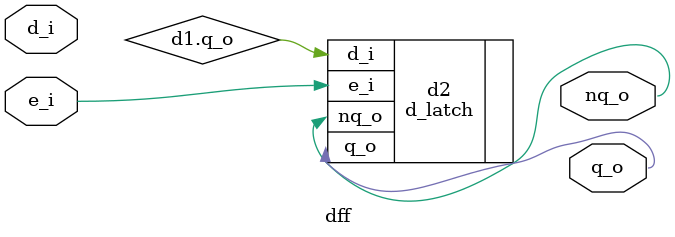
<source format=v>
`timescale 1ns/10ps

module dff(
	input wire d_i,
	input wire e_i,
	output wire q_o,
	output wire nq_o
);

d_latch d1(
	.d_i(d_i),
	.e_i(~e_i),
	.q_o(),
	.nq_o()
);

d_latch d2(
	.d_i(d1.q_o),
	.e_i(e_i),
	.q_o(q_o),
	.nq_o(nq_o)
);

endmodule
</source>
